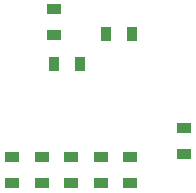
<source format=gbp>
G04*
G04 #@! TF.GenerationSoftware,Altium Limited,Altium Designer,22.7.1 (60)*
G04*
G04 Layer_Color=128*
%FSAX44Y44*%
%MOMM*%
G71*
G04*
G04 #@! TF.SameCoordinates,B67A478A-0272-44D9-A9C4-7CC6AF38DCCD*
G04*
G04*
G04 #@! TF.FilePolarity,Positive*
G04*
G01*
G75*
%ADD33R,1.3000X0.9000*%
%ADD49R,0.9000X1.3000*%
D33*
X00620000Y00829000D02*
D03*
Y00851000D02*
D03*
X00575000Y00826000D02*
D03*
Y00804000D02*
D03*
X00550000Y00826000D02*
D03*
Y00804000D02*
D03*
X00525000Y00826000D02*
D03*
Y00804000D02*
D03*
X00500000Y00826000D02*
D03*
Y00804000D02*
D03*
X00475000Y00826000D02*
D03*
Y00804000D02*
D03*
X00510000Y00951000D02*
D03*
Y00929000D02*
D03*
D49*
X00554000Y00930000D02*
D03*
X00576000D02*
D03*
X00532000Y00905000D02*
D03*
X00510000D02*
D03*
M02*

</source>
